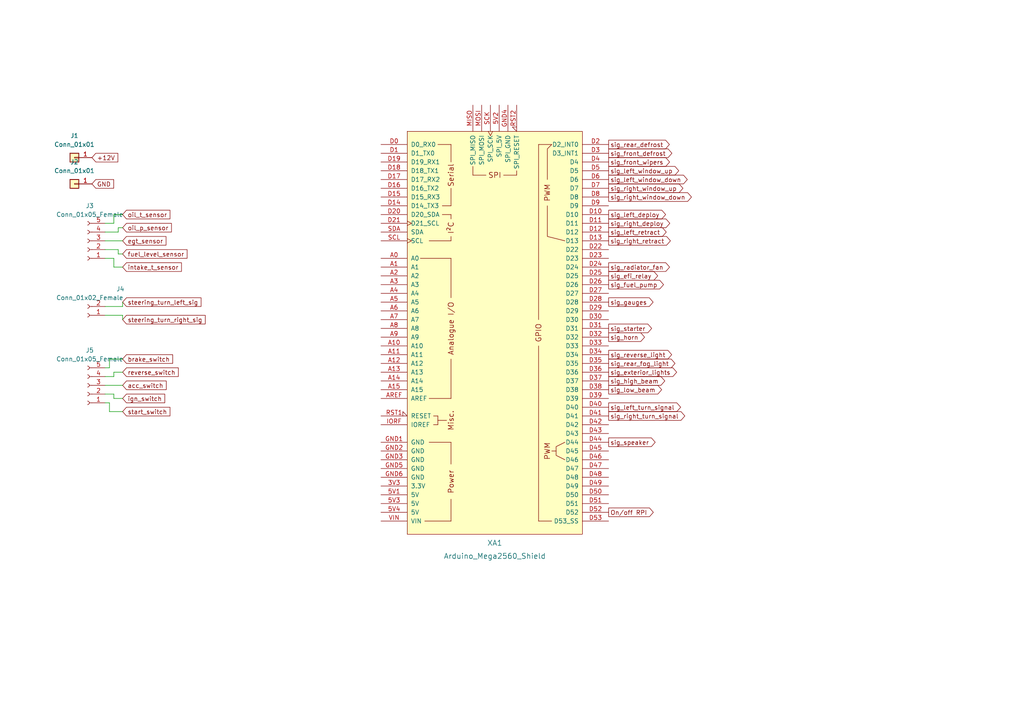
<source format=kicad_sch>
(kicad_sch (version 20211123) (generator eeschema)
  (paper "A4")
  (lib_symbols
    (symbol "Connector:Conn_01x02_Female" (pin_names (offset 1.016) hide)
      (property "Reference" "J" (at 0 2.54 0))
      (property "Value" "Conn_01x02_Female" (at 0 -5.08 0))
      (symbol "Conn_01x02_Female_1_1"
        (arc (start 0 -2.032) (mid -0.508 -2.54) (end 0 -3.048) (stroke (width 0.1524)))
        (polyline (pts (xy -1.27 -2.54) (xy -0.508 -2.54)) (stroke (width 0.1524)))
        (polyline (pts (xy -1.27 0) (xy -0.508 0)) (stroke (width 0.1524)))
        (arc (start 0 0.508) (mid -0.508 0) (end 0 -0.508) (stroke (width 0.1524)))
        (pin passive line (at -5.08 0 0) (length 3.81) (name "Pin_1") (number "1"))
        (pin passive line (at -5.08 -2.54 0) (length 3.81) (name "Pin_2") (number "2"))
      )
    )
    (symbol "Connector:Conn_01x05_Female" (pin_names (offset 1.016) hide)
      (property "Reference" "J" (at 0 7.62 0))
      (property "Value" "Conn_01x05_Female" (at 0 -7.62 0))
      (symbol "Conn_01x05_Female_1_1"
        (arc (start 0 -4.572) (mid -0.508 -5.08) (end 0 -5.588) (stroke (width 0.1524)))
        (arc (start 0 -2.032) (mid -0.508 -2.54) (end 0 -3.048) (stroke (width 0.1524)))
        (polyline (pts (xy -1.27 -5.08) (xy -0.508 -5.08)) (stroke (width 0.1524)))
        (polyline (pts (xy -1.27 -2.54) (xy -0.508 -2.54)) (stroke (width 0.1524)))
        (polyline (pts (xy -1.27 0) (xy -0.508 0)) (stroke (width 0.1524)))
        (polyline (pts (xy -1.27 2.54) (xy -0.508 2.54)) (stroke (width 0.1524)))
        (polyline (pts (xy -1.27 5.08) (xy -0.508 5.08)) (stroke (width 0.1524)))
        (arc (start 0 0.508) (mid -0.508 0) (end 0 -0.508) (stroke (width 0.1524)))
        (arc (start 0 3.048) (mid -0.508 2.54) (end 0 2.032) (stroke (width 0.1524)))
        (arc (start 0 5.588) (mid -0.508 5.08) (end 0 4.572) (stroke (width 0.1524)))
        (pin passive line (at -5.08 5.08 0) (length 3.81) (name "Pin_1") (number "1"))
        (pin passive line (at -5.08 2.54 0) (length 3.81) (name "Pin_2") (number "2"))
        (pin passive line (at -5.08 0 0) (length 3.81) (name "Pin_3") (number "3"))
        (pin passive line (at -5.08 -2.54 0) (length 3.81) (name "Pin_4") (number "4"))
        (pin passive line (at -5.08 -5.08 0) (length 3.81) (name "Pin_5") (number "5"))
      )
    )
    (symbol "Connector_Generic:Conn_01x01" (pin_names (offset 1.016) hide)
      (property "Reference" "J" (at 0 2.54 0))
      (property "Value" "Conn_01x01" (at 0 -2.54 0))
      (symbol "Conn_01x01_1_1"
        (rectangle (start -1.27 0.127) (end 0 -0.127) (stroke (width 0.1524)))
        (rectangle (start -1.27 1.27) (end 1.27 -1.27) (stroke (width 0.254)) (fill (type background)))
        (pin passive line (at -5.08 0 0) (length 3.81) (name "Pin_1") (number "1"))
      )
    )
    (symbol "arduino:Arduino_Mega2560_Shield" (pin_names (offset 1.016))
      (property "Reference" "XA" (at 2.54 0 90))
      (property "Value" "Arduino_Mega2560_Shield" (at -2.54 0 90))
      (symbol "Arduino_Mega2560_Shield_0_0"
        (rectangle (start -25.4 -58.42) (end 25.4 58.42) (fill (type background)))
        (rectangle (start -20.32 -54.61) (end -12.7 -54.61))
        (rectangle (start -19.05 -31.75) (end -12.7 -31.75))
        (rectangle (start -19.05 -19.05) (end -12.7 -19.05))
        (rectangle (start -19.05 26.67) (end -12.7 26.67))
        (rectangle (start -17.78 -26.67) (end -16.51 -26.67))
        (rectangle (start -17.78 -24.13) (end -16.51 -24.13))
        (rectangle (start -16.51 -25.4) (end -13.97 -25.4))
        (rectangle (start -16.51 -24.13) (end -16.51 -26.67))
        (rectangle (start -16.51 54.61) (end -12.7 54.61))
        (rectangle (start -15.24 34.29) (end -12.7 34.29))
        (rectangle (start -15.24 36.83) (end -12.7 36.83))
        (rectangle (start -12.7 -54.61) (end -12.7 -48.26))
        (rectangle (start -12.7 -31.75) (end -12.7 -38.1))
        (rectangle (start -12.7 26.67) (end -12.7 27.94))
        (rectangle (start -12.7 34.29) (end -12.7 33.02))
        (rectangle (start -12.7 41.91) (end -12.7 36.83))
        (rectangle (start -12.7 49.53) (end -12.7 54.61))
        (rectangle (start -6.35 48.26) (end -6.35 45.72))
        (rectangle (start -2.54 45.72) (end -6.35 45.72))
        (polyline (pts (xy -21.59 21.59) (xy -12.7 21.59)))
        (polyline (pts (xy -12.7 -19.05) (xy -12.7 -7.62)))
        (polyline (pts (xy -12.7 10.16) (xy -12.7 21.59)))
        (polyline (pts (xy 12.7 -54.61) (xy 16.51 -54.61)))
        (polyline (pts (xy 12.7 54.61) (xy 16.51 54.61)))
        (polyline (pts (xy 17.78 -34.29) (xy 16.51 -34.29)))
        (polyline (pts (xy 15.24 36.83) (xy 15.24 27.94) (xy 20.32 26.67)))
        (polyline (pts (xy 15.24 44.45) (xy 15.24 53.34) (xy 16.51 54.61)))
        (polyline (pts (xy 20.32 -31.75) (xy 17.78 -33.02) (xy 17.78 -35.56) (xy 20.32 -36.83)))
        (rectangle (start 6.35 45.72) (end 2.54 45.72))
        (rectangle (start 6.35 46.99) (end 6.35 45.72))
        (text "Analogue I/O" (at -12.7 1.27 900) (effects (font (size 1.524 1.524))))
        (text "I²C" (at -12.7 30.48 900) (effects (font (size 1.524 1.524))))
        (text "Misc." (at -12.7 -25.4 900) (effects (font (size 1.524 1.524))))
        (text "Power" (at -12.7 -43.18 900) (effects (font (size 1.524 1.524))))
        (text "PWM" (at 15.24 -34.29 900) (effects (font (size 1.524 1.524))))
        (text "PWM" (at 15.24 40.64 900) (effects (font (size 1.524 1.524))))
        (text "Serial" (at -12.7 45.72 900) (effects (font (size 1.524 1.524))))
        (text "SPI" (at 0 45.72 0) (effects (font (size 1.524 1.524))))
      )
      (symbol "Arduino_Mega2560_Shield_1_0"
        (rectangle (start 12.7 -54.61) (end 12.7 -3.81))
        (rectangle (start 12.7 54.61) (end 12.7 3.81))
        (text "GPIO" (at 12.7 0 900) (effects (font (size 1.524 1.524))))
      )
      (symbol "Arduino_Mega2560_Shield_1_1"
        (pin power_in line (at -33.02 -44.45 0) (length 7.62) (name "3.3V") (number "3V3"))
        (pin power_in line (at -33.02 -46.99 0) (length 7.62) (name "5V") (number "5V1"))
        (pin power_in line (at 1.27 66.04 270) (length 7.62) (name "SPI_5V") (number "5V2"))
        (pin power_in line (at -33.02 -49.53 0) (length 7.62) (name "5V") (number "5V3"))
        (pin power_in line (at -33.02 -52.07 0) (length 7.62) (name "5V") (number "5V4"))
        (pin bidirectional line (at -33.02 21.59 0) (length 7.62) (name "A0") (number "A0"))
        (pin bidirectional line (at -33.02 19.05 0) (length 7.62) (name "A1") (number "A1"))
        (pin bidirectional line (at -33.02 -3.81 0) (length 7.62) (name "A10") (number "A10"))
        (pin bidirectional line (at -33.02 -6.35 0) (length 7.62) (name "A11") (number "A11"))
        (pin bidirectional line (at -33.02 -8.89 0) (length 7.62) (name "A12") (number "A12"))
        (pin bidirectional line (at -33.02 -11.43 0) (length 7.62) (name "A13") (number "A13"))
        (pin bidirectional line (at -33.02 -13.97 0) (length 7.62) (name "A14") (number "A14"))
        (pin bidirectional line (at -33.02 -16.51 0) (length 7.62) (name "A15") (number "A15"))
        (pin bidirectional line (at -33.02 16.51 0) (length 7.62) (name "A2") (number "A2"))
        (pin bidirectional line (at -33.02 13.97 0) (length 7.62) (name "A3") (number "A3"))
        (pin bidirectional line (at -33.02 11.43 0) (length 7.62) (name "A4") (number "A4"))
        (pin bidirectional line (at -33.02 8.89 0) (length 7.62) (name "A5") (number "A5"))
        (pin bidirectional line (at -33.02 6.35 0) (length 7.62) (name "A6") (number "A6"))
        (pin bidirectional line (at -33.02 3.81 0) (length 7.62) (name "A7") (number "A7"))
        (pin bidirectional line (at -33.02 1.27 0) (length 7.62) (name "A8") (number "A8"))
        (pin bidirectional line (at -33.02 -1.27 0) (length 7.62) (name "A9") (number "A9"))
        (pin input line (at -33.02 -19.05 0) (length 7.62) (name "AREF") (number "AREF"))
        (pin bidirectional line (at -33.02 54.61 0) (length 7.62) (name "D0_RX0") (number "D0"))
        (pin bidirectional line (at -33.02 52.07 0) (length 7.62) (name "D1_TX0") (number "D1"))
        (pin bidirectional line (at 33.02 34.29 180) (length 7.62) (name "D10") (number "D10"))
        (pin bidirectional line (at 33.02 31.75 180) (length 7.62) (name "D11") (number "D11"))
        (pin bidirectional line (at 33.02 29.21 180) (length 7.62) (name "D12") (number "D12"))
        (pin bidirectional line (at 33.02 26.67 180) (length 7.62) (name "D13") (number "D13"))
        (pin bidirectional line (at -33.02 36.83 0) (length 7.62) (name "D14_TX3") (number "D14"))
        (pin bidirectional line (at -33.02 39.37 0) (length 7.62) (name "D15_RX3") (number "D15"))
        (pin bidirectional line (at -33.02 41.91 0) (length 7.62) (name "D16_TX2") (number "D16"))
        (pin bidirectional line (at -33.02 44.45 0) (length 7.62) (name "D17_RX2") (number "D17"))
        (pin bidirectional line (at -33.02 46.99 0) (length 7.62) (name "D18_TX1") (number "D18"))
        (pin bidirectional line (at -33.02 49.53 0) (length 7.62) (name "D19_RX1") (number "D19"))
        (pin bidirectional line (at 33.02 54.61 180) (length 7.62) (name "D2_INT0") (number "D2"))
        (pin bidirectional line (at -33.02 34.29 0) (length 7.62) (name "D20_SDA") (number "D20"))
        (pin bidirectional clock (at -33.02 31.75 0) (length 7.62) (name "D21_SCL") (number "D21"))
        (pin bidirectional line (at 33.02 24.13 180) (length 7.62) (name "D22") (number "D22"))
        (pin bidirectional line (at 33.02 21.59 180) (length 7.62) (name "D23") (number "D23"))
        (pin bidirectional line (at 33.02 19.05 180) (length 7.62) (name "D24") (number "D24"))
        (pin bidirectional line (at 33.02 16.51 180) (length 7.62) (name "D25") (number "D25"))
        (pin bidirectional line (at 33.02 13.97 180) (length 7.62) (name "D26") (number "D26"))
        (pin bidirectional line (at 33.02 11.43 180) (length 7.62) (name "D27") (number "D27"))
        (pin bidirectional line (at 33.02 8.89 180) (length 7.62) (name "D28") (number "D28"))
        (pin bidirectional line (at 33.02 6.35 180) (length 7.62) (name "D29") (number "D29"))
        (pin bidirectional line (at 33.02 52.07 180) (length 7.62) (name "D3_INT1") (number "D3"))
        (pin bidirectional line (at 33.02 3.81 180) (length 7.62) (name "D30") (number "D30"))
        (pin bidirectional line (at 33.02 1.27 180) (length 7.62) (name "D31") (number "D31"))
        (pin bidirectional line (at 33.02 -1.27 180) (length 7.62) (name "D32") (number "D32"))
        (pin bidirectional line (at 33.02 -3.81 180) (length 7.62) (name "D33") (number "D33"))
        (pin bidirectional line (at 33.02 -6.35 180) (length 7.62) (name "D34") (number "D34"))
        (pin bidirectional line (at 33.02 -8.89 180) (length 7.62) (name "D35") (number "D35"))
        (pin bidirectional line (at 33.02 -11.43 180) (length 7.62) (name "D36") (number "D36"))
        (pin bidirectional line (at 33.02 -13.97 180) (length 7.62) (name "D37") (number "D37"))
        (pin bidirectional line (at 33.02 -16.51 180) (length 7.62) (name "D38") (number "D38"))
        (pin bidirectional line (at 33.02 -19.05 180) (length 7.62) (name "D39") (number "D39"))
        (pin bidirectional line (at 33.02 49.53 180) (length 7.62) (name "D4") (number "D4"))
        (pin bidirectional line (at 33.02 -21.59 180) (length 7.62) (name "D40") (number "D40"))
        (pin bidirectional line (at 33.02 -24.13 180) (length 7.62) (name "D41") (number "D41"))
        (pin bidirectional line (at 33.02 -26.67 180) (length 7.62) (name "D42") (number "D42"))
        (pin bidirectional line (at 33.02 -29.21 180) (length 7.62) (name "D43") (number "D43"))
        (pin bidirectional line (at 33.02 -31.75 180) (length 7.62) (name "D44") (number "D44"))
        (pin bidirectional line (at 33.02 -34.29 180) (length 7.62) (name "D45") (number "D45"))
        (pin bidirectional line (at 33.02 -36.83 180) (length 7.62) (name "D46") (number "D46"))
        (pin bidirectional line (at 33.02 -39.37 180) (length 7.62) (name "D47") (number "D47"))
        (pin bidirectional line (at 33.02 -41.91 180) (length 7.62) (name "D48") (number "D48"))
        (pin bidirectional line (at 33.02 -44.45 180) (length 7.62) (name "D49") (number "D49"))
        (pin bidirectional line (at 33.02 46.99 180) (length 7.62) (name "D5") (number "D5"))
        (pin bidirectional line (at 33.02 -46.99 180) (length 7.62) (name "D50") (number "D50"))
        (pin bidirectional line (at 33.02 -49.53 180) (length 7.62) (name "D51") (number "D51"))
        (pin bidirectional line (at 33.02 -52.07 180) (length 7.62) (name "D52") (number "D52"))
        (pin bidirectional line (at 33.02 -54.61 180) (length 7.62) (name "D53_SS") (number "D53"))
        (pin bidirectional line (at 33.02 44.45 180) (length 7.62) (name "D6") (number "D6"))
        (pin bidirectional line (at 33.02 41.91 180) (length 7.62) (name "D7") (number "D7"))
        (pin bidirectional line (at 33.02 39.37 180) (length 7.62) (name "D8") (number "D8"))
        (pin bidirectional line (at 33.02 36.83 180) (length 7.62) (name "D9") (number "D9"))
        (pin power_in line (at -33.02 -31.75 0) (length 7.62) (name "GND") (number "GND1"))
        (pin power_in line (at -33.02 -34.29 0) (length 7.62) (name "GND") (number "GND2"))
        (pin power_in line (at -33.02 -36.83 0) (length 7.62) (name "GND") (number "GND3"))
        (pin power_in line (at 3.81 66.04 270) (length 7.62) (name "SPI_GND") (number "GND4"))
        (pin power_in line (at -33.02 -39.37 0) (length 7.62) (name "GND") (number "GND5"))
        (pin power_in line (at -33.02 -41.91 0) (length 7.62) (name "GND") (number "GND6"))
        (pin output line (at -33.02 -26.67 0) (length 7.62) (name "IOREF") (number "IORF"))
        (pin input line (at -6.35 66.04 270) (length 7.62) (name "SPI_MISO") (number "MISO"))
        (pin output line (at -3.81 66.04 270) (length 7.62) (name "SPI_MOSI") (number "MOSI"))
        (pin open_collector input_low (at -33.02 -24.13 0) (length 7.62) (name "RESET") (number "RST1"))
        (pin open_collector input_low (at 6.35 66.04 270) (length 7.62) (name "SPI_RESET") (number "RST2"))
        (pin output clock (at -1.27 66.04 270) (length 7.62) (name "SPI_SCK") (number "SCK"))
        (pin bidirectional clock (at -33.02 26.67 0) (length 7.62) (name "SCL") (number "SCL"))
        (pin bidirectional line (at -33.02 29.21 0) (length 7.62) (name "SDA") (number "SDA"))
        (pin power_in line (at -33.02 -54.61 0) (length 7.62) (name "VIN") (number "VIN"))
      )
    )
  )
  (wire (pts (xy 30.48 72.39) (xy 34.29 72.39)))
  (wire (pts (xy 31.75 119.38) (xy 35.56 119.38)))
  (wire (pts (xy 31.75 106.68) (xy 31.75 104.14)))
  (wire (pts (xy 30.48 64.77) (xy 33.02 64.77)))
  (wire (pts (xy 337.82 110.49) (xy 341.63 110.49)))
  (wire (pts (xy 35.56 88.9) (xy 35.56 87.63)))
  (wire (pts (xy 30.48 116.84) (xy 31.75 116.84)))
  (wire (pts (xy 30.48 106.68) (xy 31.75 106.68)))
  (wire (pts (xy 30.48 88.9) (xy 35.56 88.9)))
  (wire (pts (xy 33.02 62.23) (xy 35.56 62.23)))
  (wire (pts (xy 34.29 72.39) (xy 34.29 73.66)))
  (wire (pts (xy 30.48 114.3) (xy 33.02 114.3)))
  (wire (pts (xy 30.48 67.31) (xy 34.29 67.31)))
  (wire (pts (xy 33.02 114.3) (xy 33.02 115.57)))
  (wire (pts (xy 30.48 109.22) (xy 33.02 109.22)))
  (wire (pts (xy 33.02 77.47) (xy 35.56 77.47)))
  (wire (pts (xy 33.02 64.77) (xy 33.02 62.23)))
  (wire (pts (xy 35.56 91.44) (xy 35.56 92.71)))
  (wire (pts (xy 34.29 66.04) (xy 35.56 66.04)))
  (wire (pts (xy 33.02 74.93) (xy 33.02 77.47)))
  (wire (pts (xy 31.75 116.84) (xy 31.75 119.38)))
  (wire (pts (xy 33.02 109.22) (xy 33.02 107.95)))
  (wire (pts (xy 33.02 115.57) (xy 35.56 115.57)))
  (wire (pts (xy 30.48 74.93) (xy 33.02 74.93)))
  (wire (pts (xy 31.75 104.14) (xy 35.56 104.14)))
  (wire (pts (xy 33.02 107.95) (xy 35.56 107.95)))
  (wire (pts (xy 34.29 67.31) (xy 34.29 66.04)))
  (wire (pts (xy 30.48 69.85) (xy 35.56 69.85)))
  (wire (pts (xy 34.29 73.66) (xy 35.56 73.66)))
  (wire (pts (xy 30.48 111.76) (xy 35.56 111.76)))
  (wire (pts (xy 30.48 91.44) (xy 35.56 91.44)))
  (global_label "steering_turn_left_sig" (shape input) (at 35.56 87.63 0) (property "Intersheet References" "${INTERSHEET_REFS}" (effects hide)))
  (global_label "sig_radiator_fan" (shape output) (at 176.53 77.47 0) (property "Intersheet References" "${INTERSHEET_REFS}" (effects hide)))
  (global_label "sig_left_retract" (shape output) (at 176.53 67.31 0) (property "Intersheet References" "${INTERSHEET_REFS}" (effects hide)))
  (global_label "oil_t_sensor" (shape input) (at 35.56 62.23 0) (property "Intersheet References" "${INTERSHEET_REFS}" (effects hide)))
  (global_label "sig_right_window_up" (shape output) (at 176.53 54.61 0) (property "Intersheet References" "${INTERSHEET_REFS}" (effects hide)))
  (global_label "sig_high_beam" (shape output) (at 176.53 110.49 0) (property "Intersheet References" "${INTERSHEET_REFS}" (effects hide)))
  (global_label "On{slash}off RPI" (shape output) (at 176.53 148.59 0) (property "Intersheet References" "${INTERSHEET_REFS}" (effects hide)))
  (global_label "sig_front_wipers" (shape output) (at 176.53 46.99 0) (property "Intersheet References" "${INTERSHEET_REFS}" (effects hide)))
  (global_label "sig_front_defrost" (shape output) (at 176.53 44.45 0) (property "Intersheet References" "${INTERSHEET_REFS}" (effects hide)))
  (global_label "brake_switch" (shape input) (at 35.56 104.14 0) (property "Intersheet References" "${INTERSHEET_REFS}" (effects hide)))
  (global_label "acc_switch" (shape input) (at 35.56 111.76 0) (property "Intersheet References" "${INTERSHEET_REFS}" (effects hide)))
  (global_label "sig_right_retract" (shape output) (at 176.53 69.85 0) (property "Intersheet References" "${INTERSHEET_REFS}" (effects hide)))
  (global_label "sig_efi_relay" (shape output) (at 176.53 80.01 0) (property "Intersheet References" "${INTERSHEET_REFS}" (effects hide)))
  (global_label "sig_horn" (shape output) (at 176.53 97.79 0) (property "Intersheet References" "${INTERSHEET_REFS}" (effects hide)))
  (global_label "sig_gauges" (shape output) (at 176.53 87.63 0) (property "Intersheet References" "${INTERSHEET_REFS}" (effects hide)))
  (global_label "sig_fuel_pump" (shape output) (at 176.53 82.55 0) (property "Intersheet References" "${INTERSHEET_REFS}" (effects hide)))
  (global_label "reverse_switch" (shape input) (at 35.56 107.95 0) (property "Intersheet References" "${INTERSHEET_REFS}" (effects hide)))
  (global_label "intake_t_sensor" (shape input) (at 35.56 77.47 0) (property "Intersheet References" "${INTERSHEET_REFS}" (effects hide)))
  (global_label "steering_turn_right_sig" (shape input) (at 35.56 92.71 0) (property "Intersheet References" "${INTERSHEET_REFS}" (effects hide)))
  (global_label "sig_right_turn_signal" (shape output) (at 176.53 120.65 0) (property "Intersheet References" "${INTERSHEET_REFS}" (effects hide)))
  (global_label "GND" (shape input) (at 26.67 53.34 0) (property "Intersheet References" "${INTERSHEET_REFS}" (effects hide)))
  (global_label "sig_rear_fog_light" (shape output) (at 176.53 105.41 0) (property "Intersheet References" "${INTERSHEET_REFS}" (effects hide)))
  (global_label "sig_left_deploy" (shape output) (at 176.53 62.23 0) (property "Intersheet References" "${INTERSHEET_REFS}" (effects hide)))
  (global_label "oil_p_sensor" (shape input) (at 35.56 66.04 0) (property "Intersheet References" "${INTERSHEET_REFS}" (effects hide)))
  (global_label "ign_switch" (shape input) (at 35.56 115.57 0) (property "Intersheet References" "${INTERSHEET_REFS}" (effects hide)))
  (global_label "sig_left_window_up" (shape output) (at 176.53 49.53 0) (property "Intersheet References" "${INTERSHEET_REFS}" (effects hide)))
  (global_label "sig_left_turn_signal" (shape output) (at 176.53 118.11 0) (property "Intersheet References" "${INTERSHEET_REFS}" (effects hide)))
  (global_label "egt_sensor" (shape input) (at 35.56 69.85 0) (property "Intersheet References" "${INTERSHEET_REFS}" (effects hide)))
  (global_label "sig_speaker" (shape output) (at 176.53 128.27 0) (property "Intersheet References" "${INTERSHEET_REFS}" (effects hide)))
  (global_label "start_switch" (shape input) (at 35.56 119.38 0) (property "Intersheet References" "${INTERSHEET_REFS}" (effects hide)))
  (global_label "sig_reverse_light" (shape output) (at 176.53 102.87 0) (property "Intersheet References" "${INTERSHEET_REFS}" (effects hide)))
  (global_label "sig_right_window_down" (shape output) (at 176.53 57.15 0) (property "Intersheet References" "${INTERSHEET_REFS}" (effects hide)))
  (global_label "sig_speaker" (shape input) (at 337.82 110.49 180) (property "Intersheet References" "${INTERSHEET_REFS}" (effects hide)))
  (global_label "sig_starter" (shape output) (at 176.53 95.25 0) (property "Intersheet References" "${INTERSHEET_REFS}" (effects hide)))
  (global_label "sig_exterior_lights" (shape output) (at 176.53 107.95 0) (property "Intersheet References" "${INTERSHEET_REFS}" (effects hide)))
  (global_label "sig_left_window_down" (shape output) (at 176.53 52.07 0) (property "Intersheet References" "${INTERSHEET_REFS}" (effects hide)))
  (global_label "+12V" (shape input) (at 26.67 45.72 0) (property "Intersheet References" "${INTERSHEET_REFS}" (effects hide)))
  (global_label "sig_low_beam" (shape output) (at 176.53 113.03 0) (property "Intersheet References" "${INTERSHEET_REFS}" (effects hide)))
  (global_label "fuel_level_sensor" (shape input) (at 35.56 73.66 0) (property "Intersheet References" "${INTERSHEET_REFS}" (effects hide)))
  (global_label "sig_right_deploy" (shape output) (at 176.53 64.77 0) (property "Intersheet References" "${INTERSHEET_REFS}" (effects hide)))
  (global_label "sig_rear_defrost" (shape output) (at 176.53 41.91 0) (property "Intersheet References" "${INTERSHEET_REFS}" (effects hide)))
  (symbol (lib_id "arduino:Arduino_Mega2560_Shield") (at 143.51 96.52 0) (unit 1)
    (property "Reference" "XA1" (at 143.51 157.48 0) (effects (font (size 1.524 1.524))))
    (property "Value" "Arduino_Mega2560_Shield" (at 143.51 161.29 0) (effects (font (size 1.524 1.524))))
    (property "Footprint" "Arduino:Arduino_Mega2560_Shield" (effects hide))
    (property "Datasheet" "https://store.arduino.cc/arduino-mega-2560-rev3" (effects hide))
  )
  (symbol (lib_id "Connector:Conn_01x02_Female") (at 25.4 91.44 180) (unit 1)
    (property "Reference" "J4" (at 34.925 83.82 0))
    (property "Value" "Conn_01x02_Female" (at 26.035 86.36 0))
    (property "Footprint" "Connector_Molex:Molex_MicroClasp_55932-0230_1x02_P2.00mm_Vertical" (effects hide))
  )
  (symbol (lib_id "Connector:Conn_01x05_Female") (at 25.4 69.85 180) (unit 1)
    (property "Reference" "J3" (at 26.035 59.69 0))
    (property "Value" "Conn_01x05_Female" (at 26.035 62.23 0))
    (property "Footprint" "Connector_Molex:Molex_MicroClasp_55932-0530_1x05_P2.00mm_Vertical" (effects hide))
  )
  (symbol (lib_id "Connector_Generic:Conn_01x01") (at 21.59 45.72 180) (unit 1)
    (property "Reference" "J1" (at 21.59 39.37 0))
    (property "Value" "Conn_01x01" (at 21.59 41.91 0))
    (property "Footprint" "TerminalBlock_Wuerth:Wuerth_REDCUBE-THR_WP-THRBU_74655095_THR" (effects hide))
  )
  (symbol (lib_id "Connector:Conn_01x05_Female") (at 25.4 111.76 180) (unit 1)
    (property "Reference" "J5" (at 26.035 101.6 0))
    (property "Value" "Conn_01x05_Female" (at 26.035 104.14 0))
    (property "Footprint" "Connector_Molex:Molex_MicroClasp_55932-0530_1x05_P2.00mm_Vertical" (effects hide))
  )
  (symbol (lib_id "Connector_Generic:Conn_01x01") (at 21.59 53.34 180) (unit 1)
    (property "Reference" "J2" (at 21.59 46.99 0))
    (property "Value" "Conn_01x01" (at 21.59 49.53 0))
    (property "Footprint" "TerminalBlock_Wuerth:Wuerth_REDCUBE-THR_WP-THRBU_74655095_THR" (effects hide))
  )
  (sheet (at 341.63 83.82) (size 22.86 7.62) (stroke (width 0.1524) (color 255 232 40 1))
    (property "Sheet name" "POWER_SWITCH" (at 341.63 83.1084 0) (effects (justify left bottom)))
    (property "Sheet file" "12V_output.kicad_sch" (at 341.63 92.0246 0) (effects (justify left top)))
    (pin "LOGIC_OUTPUT_SIG" input (at 341.63 86.36 180))
    (pin "POWER_OUTPUT" output (at 364.49 88.9 0))
  )
  (sheet (at 341.63 107.95) (size 22.86 7.62) (stroke (width 0.1524) (color 0 255 240 1))
    (property "Sheet name" "SPEAKER_DRIVER" (at 341.63 107.2384 0) (effects (justify left bottom)))
    (property "Sheet file" "speaker-driver.kicad_sch" (at 341.63 116.1546 0) (effects (justify left top)))
    (pin "LOGIC_SPEAKER_SIG" input (at 341.63 110.49 180))
  )
)
</source>
